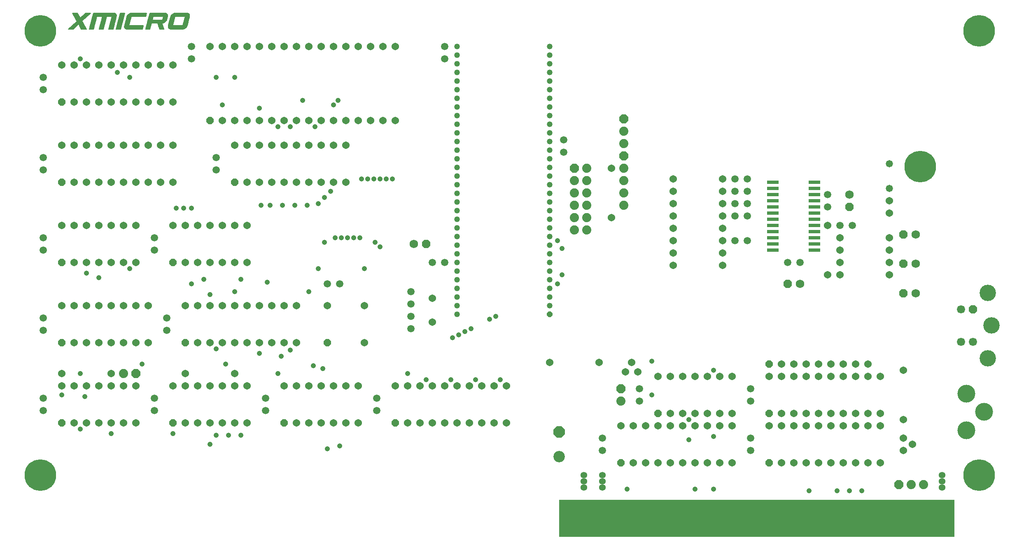
<source format=gts>
G75*
G70*
%OFA0B0*%
%FSLAX24Y24*%
%IPPOS*%
%LPD*%
%AMOC8*
5,1,8,0,0,1.08239X$1,22.5*
%
%ADD10C,0.0060*%
%ADD11R,3.2000X0.3000*%
%ADD12OC8,0.0468*%
%ADD13C,0.0468*%
%ADD14R,0.0926X0.0296*%
%ADD15C,0.0595*%
%ADD16C,0.0690*%
%ADD17OC8,0.0690*%
%ADD18C,0.0604*%
%ADD19OC8,0.0604*%
%ADD20OC8,0.0740*%
%ADD21C,0.0740*%
%ADD22C,0.1326*%
%ADD23C,0.0662*%
%ADD24OC8,0.0662*%
%ADD25C,0.1444*%
%ADD26OC8,0.0920*%
%ADD27C,0.0920*%
%ADD28C,0.2560*%
%ADD29C,0.0535*%
%ADD30C,0.0580*%
%ADD31C,0.0417*%
D10*
X004461Y041254D02*
X005156Y041884D01*
X004788Y042535D01*
X005196Y042535D01*
X005418Y042129D01*
X005859Y042535D01*
X006247Y042535D01*
X005548Y041894D01*
X005920Y041254D01*
X005508Y041254D01*
X005286Y041660D01*
X004849Y041254D01*
X004461Y041254D01*
X004513Y041301D02*
X004899Y041301D01*
X004962Y041359D02*
X004577Y041359D01*
X004642Y041418D02*
X005025Y041418D01*
X005088Y041476D02*
X004706Y041476D01*
X004771Y041535D02*
X005151Y041535D01*
X005214Y041593D02*
X004835Y041593D01*
X004900Y041652D02*
X005277Y041652D01*
X005290Y041652D02*
X005689Y041652D01*
X005655Y041710D02*
X004964Y041710D01*
X005029Y041769D02*
X005621Y041769D01*
X005587Y041827D02*
X005093Y041827D01*
X005155Y041886D02*
X005553Y041886D01*
X005602Y041944D02*
X005122Y041944D01*
X005089Y042003D02*
X005666Y042003D01*
X005730Y042061D02*
X005056Y042061D01*
X005023Y042120D02*
X005794Y042120D01*
X005858Y042178D02*
X005472Y042178D01*
X005391Y042178D02*
X004990Y042178D01*
X004957Y042237D02*
X005359Y042237D01*
X005327Y042295D02*
X004924Y042295D01*
X004890Y042354D02*
X005295Y042354D01*
X005263Y042412D02*
X004857Y042412D01*
X004824Y042471D02*
X005231Y042471D01*
X005199Y042529D02*
X004791Y042529D01*
X005535Y042237D02*
X005922Y042237D01*
X005985Y042295D02*
X005599Y042295D01*
X005662Y042354D02*
X006049Y042354D01*
X006113Y042412D02*
X005726Y042412D01*
X005789Y042471D02*
X006177Y042471D01*
X006241Y042529D02*
X005853Y042529D01*
X006435Y042354D02*
X008350Y042354D01*
X008350Y042370D02*
X008350Y042296D01*
X008339Y042222D01*
X008087Y041254D01*
X007742Y041254D01*
X008007Y042264D01*
X007557Y042264D01*
X007296Y041254D01*
X006946Y041254D01*
X007211Y042264D01*
X006761Y042264D01*
X006500Y041254D01*
X006151Y041254D01*
X006482Y042535D01*
X008168Y042535D01*
X008204Y042534D01*
X008239Y042525D01*
X008272Y042508D01*
X008300Y042485D01*
X008325Y042451D01*
X008342Y042412D01*
X008350Y042370D01*
X008342Y042412D02*
X006450Y042412D01*
X006465Y042471D02*
X008310Y042471D01*
X008221Y042529D02*
X006480Y042529D01*
X006420Y042295D02*
X008350Y042295D01*
X008341Y042237D02*
X008000Y042237D01*
X007985Y042178D02*
X008327Y042178D01*
X008312Y042120D02*
X007969Y042120D01*
X007954Y042061D02*
X008297Y042061D01*
X008282Y042003D02*
X007938Y042003D01*
X007923Y041944D02*
X008267Y041944D01*
X008251Y041886D02*
X007908Y041886D01*
X007892Y041827D02*
X008236Y041827D01*
X008221Y041769D02*
X007877Y041769D01*
X007862Y041710D02*
X008206Y041710D01*
X008191Y041652D02*
X007846Y041652D01*
X007831Y041593D02*
X008176Y041593D01*
X008160Y041535D02*
X007816Y041535D01*
X007800Y041476D02*
X008145Y041476D01*
X008130Y041418D02*
X007785Y041418D01*
X007770Y041359D02*
X008115Y041359D01*
X008100Y041301D02*
X007754Y041301D01*
X007338Y041418D02*
X006989Y041418D01*
X007005Y041476D02*
X007353Y041476D01*
X007368Y041535D02*
X007020Y041535D01*
X007035Y041593D02*
X007384Y041593D01*
X007399Y041652D02*
X007051Y041652D01*
X007066Y041710D02*
X007414Y041710D01*
X007429Y041769D02*
X007081Y041769D01*
X007097Y041827D02*
X007444Y041827D01*
X007459Y041886D02*
X007112Y041886D01*
X007128Y041944D02*
X007474Y041944D01*
X007490Y042003D02*
X007143Y042003D01*
X007158Y042061D02*
X007505Y042061D01*
X007520Y042120D02*
X007174Y042120D01*
X007189Y042178D02*
X007535Y042178D01*
X007550Y042237D02*
X007204Y042237D01*
X006754Y042237D02*
X006405Y042237D01*
X006389Y042178D02*
X006739Y042178D01*
X006724Y042120D02*
X006374Y042120D01*
X006359Y042061D02*
X006709Y042061D01*
X006694Y042003D02*
X006344Y042003D01*
X006329Y041944D02*
X006679Y041944D01*
X006664Y041886D02*
X006314Y041886D01*
X006299Y041827D02*
X006649Y041827D01*
X006633Y041769D02*
X006284Y041769D01*
X006269Y041710D02*
X006618Y041710D01*
X006603Y041652D02*
X006253Y041652D01*
X006238Y041593D02*
X006588Y041593D01*
X006573Y041535D02*
X006223Y041535D01*
X006208Y041476D02*
X006558Y041476D01*
X006543Y041418D02*
X006193Y041418D01*
X006178Y041359D02*
X006527Y041359D01*
X006512Y041301D02*
X006163Y041301D01*
X005893Y041301D02*
X005482Y041301D01*
X005450Y041359D02*
X005859Y041359D01*
X005825Y041418D02*
X005418Y041418D01*
X005386Y041476D02*
X005791Y041476D01*
X005757Y041535D02*
X005354Y041535D01*
X005322Y041593D02*
X005723Y041593D01*
X006959Y041301D02*
X007308Y041301D01*
X007323Y041359D02*
X006974Y041359D01*
X008339Y041254D02*
X008670Y042535D01*
X009015Y042535D01*
X008684Y041254D01*
X008339Y041254D01*
X008351Y041301D02*
X008696Y041301D01*
X008711Y041359D02*
X008366Y041359D01*
X008381Y041418D02*
X008726Y041418D01*
X008742Y041476D02*
X008396Y041476D01*
X008411Y041535D02*
X008757Y041535D01*
X008772Y041593D02*
X008426Y041593D01*
X008441Y041652D02*
X008787Y041652D01*
X008802Y041710D02*
X008456Y041710D01*
X008472Y041769D02*
X008817Y041769D01*
X008832Y041827D02*
X008487Y041827D01*
X008502Y041886D02*
X008847Y041886D01*
X008862Y041944D02*
X008517Y041944D01*
X008532Y042003D02*
X008878Y042003D01*
X008893Y042061D02*
X008547Y042061D01*
X008562Y042120D02*
X008908Y042120D01*
X008923Y042178D02*
X008577Y042178D01*
X008592Y042237D02*
X008938Y042237D01*
X008953Y042295D02*
X008608Y042295D01*
X008623Y042354D02*
X008968Y042354D01*
X008983Y042412D02*
X008638Y042412D01*
X008653Y042471D02*
X008998Y042471D01*
X009014Y042529D02*
X008668Y042529D01*
X009203Y042273D02*
X009235Y042335D01*
X009276Y042393D01*
X009325Y042444D01*
X009369Y042482D01*
X009419Y042511D01*
X009474Y042531D01*
X009502Y042535D01*
X009529Y042535D01*
X010790Y042535D01*
X010724Y042264D01*
X009546Y042264D01*
X009357Y041525D01*
X010528Y041525D01*
X010463Y041254D01*
X009168Y041254D01*
X009139Y041256D01*
X009111Y041265D01*
X009086Y041279D01*
X009063Y041298D01*
X009036Y041335D01*
X009017Y041377D01*
X009007Y041422D01*
X009005Y041474D01*
X009011Y041525D01*
X009023Y041586D01*
X009180Y042206D01*
X009203Y042273D01*
X009215Y042295D02*
X010731Y042295D01*
X010746Y042354D02*
X009248Y042354D01*
X009295Y042412D02*
X010760Y042412D01*
X010774Y042471D02*
X009356Y042471D01*
X009468Y042529D02*
X010788Y042529D01*
X011028Y042471D02*
X011110Y042471D01*
X012438Y042471D01*
X012428Y042482D02*
X012453Y042454D01*
X012474Y042423D01*
X012488Y042389D01*
X012496Y042353D01*
X012495Y042288D01*
X012484Y042224D01*
X012441Y042063D01*
X012429Y042024D01*
X012410Y041988D01*
X012354Y041905D01*
X012286Y041831D01*
X012228Y041786D01*
X012163Y041753D01*
X012095Y041737D01*
X012026Y041729D01*
X012198Y041254D01*
X011852Y041254D01*
X011680Y041733D01*
X011180Y041733D01*
X011055Y041254D01*
X010710Y041254D01*
X011045Y042535D01*
X012288Y042535D01*
X012326Y042532D01*
X012363Y042522D01*
X012397Y042505D01*
X012428Y042482D01*
X012478Y042412D02*
X011170Y042412D01*
X011012Y042412D01*
X010997Y042354D02*
X011229Y042354D01*
X012496Y042354D01*
X012496Y042295D02*
X011288Y042295D01*
X010982Y042295D01*
X010967Y042237D02*
X011314Y042237D01*
X011320Y042264D02*
X011045Y042535D01*
X011320Y042264D01*
X012150Y042264D01*
X012082Y041985D01*
X011252Y041985D01*
X011320Y042264D01*
X011299Y042178D02*
X010951Y042178D01*
X010936Y042120D02*
X011285Y042120D01*
X011271Y042061D02*
X010921Y042061D01*
X010905Y042003D02*
X011256Y042003D01*
X011174Y041710D02*
X010829Y041710D01*
X010814Y041652D02*
X011159Y041652D01*
X011144Y041593D02*
X010798Y041593D01*
X010783Y041535D02*
X011128Y041535D01*
X011113Y041476D02*
X010768Y041476D01*
X010753Y041418D02*
X011098Y041418D01*
X011083Y041359D02*
X010737Y041359D01*
X010722Y041301D02*
X011068Y041301D01*
X010844Y041769D02*
X012194Y041769D01*
X012281Y041827D02*
X010860Y041827D01*
X010875Y041886D02*
X012337Y041886D01*
X012381Y041944D02*
X010890Y041944D01*
X010516Y041476D02*
X009005Y041476D01*
X009008Y041418D02*
X010502Y041418D01*
X010488Y041359D02*
X009025Y041359D01*
X009062Y041301D02*
X010474Y041301D01*
X009374Y041593D02*
X009024Y041593D01*
X009013Y041535D02*
X009359Y041535D01*
X009389Y041652D02*
X009039Y041652D01*
X009054Y041710D02*
X009404Y041710D01*
X009419Y041769D02*
X009069Y041769D01*
X009084Y041827D02*
X009434Y041827D01*
X009449Y041886D02*
X009099Y041886D01*
X009114Y041944D02*
X009464Y041944D01*
X009479Y042003D02*
X009129Y042003D01*
X009144Y042061D02*
X009494Y042061D01*
X009509Y042120D02*
X009158Y042120D01*
X009173Y042178D02*
X009524Y042178D01*
X009539Y042237D02*
X009191Y042237D01*
X011043Y042529D02*
X011051Y042529D01*
X012338Y042529D01*
X012487Y042237D02*
X012144Y042237D01*
X012129Y042178D02*
X012472Y042178D01*
X012457Y042120D02*
X012115Y042120D01*
X012101Y042061D02*
X012441Y042061D01*
X012418Y042003D02*
X012086Y042003D01*
X012033Y041710D02*
X011689Y041710D01*
X011709Y041652D02*
X012054Y041652D01*
X012075Y041593D02*
X011730Y041593D01*
X011751Y041535D02*
X012096Y041535D01*
X012117Y041476D02*
X011772Y041476D01*
X011793Y041418D02*
X012138Y041418D01*
X012159Y041359D02*
X011814Y041359D01*
X011835Y041301D02*
X012180Y041301D01*
X012562Y041400D02*
X012576Y041358D01*
X012586Y041332D01*
X012603Y041309D01*
X012623Y041289D01*
X012647Y041273D01*
X012673Y041261D01*
X012701Y041256D01*
X012729Y041254D01*
X013743Y041254D01*
X013784Y041255D01*
X013824Y041263D01*
X013863Y041280D01*
X013898Y041302D01*
X013947Y041341D01*
X013990Y041386D01*
X014033Y041442D01*
X014067Y041504D01*
X014091Y041571D01*
X014263Y042230D01*
X014271Y042284D01*
X014271Y042339D01*
X014266Y042384D01*
X014253Y042428D01*
X014235Y042462D01*
X014210Y042492D01*
X014178Y042514D01*
X014142Y042529D01*
X014104Y042535D01*
X013115Y042535D01*
X013095Y042264D01*
X013115Y042535D01*
X013072Y042535D01*
X013018Y042527D01*
X012966Y042509D01*
X012919Y042481D01*
X012857Y042423D01*
X012806Y042356D01*
X012765Y042284D01*
X012735Y042206D01*
X012568Y041577D01*
X012560Y041538D01*
X012556Y041444D01*
X012562Y041400D01*
X012560Y041418D02*
X014014Y041418D01*
X014051Y041476D02*
X012557Y041476D01*
X012560Y041535D02*
X012902Y041535D01*
X012900Y041525D02*
X013732Y041525D01*
X013927Y042264D01*
X013095Y042264D01*
X012900Y041525D01*
X012918Y041593D02*
X012572Y041593D01*
X012588Y041652D02*
X012933Y041652D01*
X012949Y041710D02*
X012603Y041710D01*
X012619Y041769D02*
X012964Y041769D01*
X012979Y041827D02*
X012635Y041827D01*
X012650Y041886D02*
X012995Y041886D01*
X013010Y041944D02*
X012666Y041944D01*
X012681Y042003D02*
X013026Y042003D01*
X013041Y042061D02*
X012697Y042061D01*
X012712Y042120D02*
X013057Y042120D01*
X013072Y042178D02*
X012728Y042178D01*
X012747Y042237D02*
X013088Y042237D01*
X013097Y042295D02*
X014271Y042295D01*
X014269Y042354D02*
X013102Y042354D01*
X012804Y042354D01*
X012771Y042295D02*
X013097Y042295D01*
X013106Y042412D02*
X014258Y042412D01*
X014228Y042471D02*
X013110Y042471D01*
X012908Y042471D01*
X012849Y042412D02*
X013106Y042412D01*
X013115Y042529D02*
X014141Y042529D01*
X014264Y042237D02*
X013920Y042237D01*
X013905Y042178D02*
X014249Y042178D01*
X014234Y042120D02*
X013889Y042120D01*
X013874Y042061D02*
X014219Y042061D01*
X014204Y042003D02*
X013858Y042003D01*
X013843Y041944D02*
X014188Y041944D01*
X014173Y041886D02*
X013827Y041886D01*
X013812Y041827D02*
X014158Y041827D01*
X014143Y041769D02*
X013796Y041769D01*
X013781Y041710D02*
X014128Y041710D01*
X014112Y041652D02*
X013765Y041652D01*
X013750Y041593D02*
X014097Y041593D01*
X014078Y041535D02*
X013734Y041535D01*
X013896Y041301D02*
X012611Y041301D01*
X012575Y041359D02*
X013964Y041359D01*
X013115Y042529D02*
X013033Y042529D01*
D11*
X060180Y001600D03*
D12*
X043430Y018125D03*
D13*
X043430Y018825D03*
X043430Y019525D03*
X043430Y020225D03*
X043430Y020925D03*
X043430Y021625D03*
X043430Y022325D03*
X043430Y023025D03*
X043430Y023725D03*
X043430Y024425D03*
X043430Y025125D03*
X043430Y025825D03*
X043430Y026525D03*
X043430Y027225D03*
X043430Y027925D03*
X043430Y028625D03*
X043430Y029325D03*
X043430Y030025D03*
X043430Y030725D03*
X043430Y031425D03*
X043430Y032125D03*
X043430Y032825D03*
X043430Y033525D03*
X043430Y034225D03*
X043430Y034925D03*
X043430Y035625D03*
X043430Y036325D03*
X043430Y037025D03*
X043430Y037725D03*
X043430Y038425D03*
X043430Y039125D03*
X043430Y039825D03*
X035930Y039825D03*
X035930Y039125D03*
X035930Y038425D03*
X035930Y037725D03*
X035930Y037025D03*
X035930Y036325D03*
X035930Y035625D03*
X035930Y034925D03*
X035930Y034225D03*
X035930Y033525D03*
X035930Y032825D03*
X035930Y032125D03*
X035930Y031425D03*
X035930Y030725D03*
X035930Y030025D03*
X035930Y029325D03*
X035930Y028625D03*
X035930Y027925D03*
X035930Y027225D03*
X035930Y026525D03*
X035930Y025825D03*
X035930Y025125D03*
X035930Y024425D03*
X035930Y023725D03*
X035930Y023025D03*
X035930Y022325D03*
X035930Y021625D03*
X035930Y020925D03*
X035930Y020225D03*
X035930Y019525D03*
X035930Y018825D03*
X035930Y018125D03*
D14*
X061494Y023350D03*
X061494Y023850D03*
X061494Y024350D03*
X061494Y024850D03*
X061494Y025350D03*
X061494Y025850D03*
X061494Y026350D03*
X061494Y026850D03*
X061494Y027350D03*
X061494Y027850D03*
X061494Y028350D03*
X061494Y028850D03*
X064866Y028850D03*
X064866Y028350D03*
X064866Y027850D03*
X064866Y027350D03*
X064866Y026850D03*
X064866Y026350D03*
X064866Y025850D03*
X064866Y025350D03*
X064866Y024850D03*
X064866Y024350D03*
X064866Y023850D03*
X064866Y023350D03*
D15*
X063680Y022350D03*
X062680Y022350D03*
X059430Y024100D03*
X058430Y024100D03*
X058430Y026100D03*
X059430Y026100D03*
X059430Y027100D03*
X058430Y027100D03*
X058430Y028100D03*
X059430Y028100D03*
X059430Y029100D03*
X058430Y029100D03*
X065930Y027850D03*
X065930Y026850D03*
X066930Y025350D03*
X067930Y025350D03*
X044555Y031275D03*
X044555Y032275D03*
X034930Y038850D03*
X034930Y039850D03*
X016430Y030850D03*
X016430Y029850D03*
X011430Y024350D03*
X011430Y023350D03*
X002430Y023350D03*
X002430Y024350D03*
X002430Y029850D03*
X002430Y030850D03*
X002430Y036350D03*
X002430Y037350D03*
X014430Y038850D03*
X014430Y039850D03*
X033930Y022325D03*
X034930Y022325D03*
X032180Y019975D03*
X032180Y018975D03*
X032180Y017975D03*
X032180Y016975D03*
X026430Y020600D03*
X025430Y020600D03*
X012430Y017850D03*
X012430Y016850D03*
X011430Y011350D03*
X011430Y010350D03*
X002430Y010350D03*
X002430Y011350D03*
X002430Y016850D03*
X002430Y017850D03*
X020430Y011350D03*
X020430Y010350D03*
X029430Y010350D03*
X029430Y011350D03*
X047680Y008100D03*
X047680Y007100D03*
X050680Y011100D03*
X050680Y012100D03*
X059680Y012100D03*
X059680Y011100D03*
X059680Y008100D03*
X059680Y007100D03*
D16*
X073055Y019850D03*
X073055Y022225D03*
X073055Y024600D03*
X067680Y027850D03*
X063680Y020600D03*
X032430Y023825D03*
D17*
X033430Y023825D03*
X062680Y020600D03*
X072055Y019850D03*
X072055Y022225D03*
X072055Y024600D03*
X067680Y026850D03*
D18*
X065930Y025350D03*
X066930Y024350D03*
X066930Y023350D03*
X066930Y022350D03*
X066930Y021350D03*
X065930Y021350D03*
X070930Y021350D03*
X070930Y022350D03*
X070930Y023350D03*
X070930Y024350D03*
X070930Y026350D03*
X070930Y027350D03*
X057430Y027100D03*
X057430Y026100D03*
X057430Y025100D03*
X057430Y024100D03*
X057430Y023100D03*
X057430Y022100D03*
X053430Y022100D03*
X053430Y023100D03*
X053430Y024100D03*
X053430Y025100D03*
X053430Y026100D03*
X053430Y027100D03*
X053430Y028100D03*
X053430Y029100D03*
X057430Y029100D03*
X057430Y028100D03*
X048430Y029975D03*
X048430Y025975D03*
X033930Y019436D03*
X033930Y017514D03*
X028430Y018850D03*
X025430Y018850D03*
X022930Y018850D03*
X021930Y018850D03*
X020930Y018850D03*
X019930Y018850D03*
X018930Y018850D03*
X017930Y018850D03*
X016930Y018850D03*
X015930Y018850D03*
X014930Y018850D03*
X013930Y018850D03*
X010930Y018850D03*
X009930Y018850D03*
X008930Y018850D03*
X007930Y018850D03*
X006930Y018850D03*
X005930Y018850D03*
X004930Y018850D03*
X003930Y018850D03*
X004930Y015850D03*
X005930Y015850D03*
X006930Y015850D03*
X007930Y015850D03*
X008930Y015850D03*
X009930Y015850D03*
X010930Y015850D03*
X014930Y015850D03*
X015930Y015850D03*
X016930Y015850D03*
X017930Y015850D03*
X018930Y015850D03*
X019930Y015850D03*
X020930Y015850D03*
X021930Y015850D03*
X022930Y015850D03*
X017930Y013350D03*
X017930Y012350D03*
X016930Y012350D03*
X015930Y012350D03*
X014930Y012350D03*
X013930Y012350D03*
X012930Y012350D03*
X013930Y013350D03*
X009930Y012350D03*
X008930Y012350D03*
X007930Y012350D03*
X006930Y012350D03*
X005930Y012350D03*
X004930Y012350D03*
X003930Y012350D03*
X003930Y013350D03*
X007930Y013350D03*
X007930Y009350D03*
X006930Y009350D03*
X005930Y009350D03*
X004930Y009350D03*
X008930Y009350D03*
X009930Y009350D03*
X013930Y009350D03*
X014930Y009350D03*
X015930Y009350D03*
X016930Y009350D03*
X017930Y009350D03*
X018930Y009350D03*
X022930Y009350D03*
X023930Y009350D03*
X024930Y009350D03*
X025930Y009350D03*
X026930Y009350D03*
X027930Y009350D03*
X031930Y009350D03*
X032930Y009350D03*
X033930Y009350D03*
X034930Y009350D03*
X035930Y009350D03*
X036930Y009350D03*
X037930Y009350D03*
X038930Y009350D03*
X039930Y009350D03*
X039930Y012350D03*
X038930Y012350D03*
X037930Y012350D03*
X036930Y012350D03*
X035930Y012350D03*
X034930Y012350D03*
X033930Y012350D03*
X032930Y012350D03*
X031930Y012350D03*
X030930Y012350D03*
X027930Y012350D03*
X026930Y012350D03*
X025930Y012350D03*
X024930Y012350D03*
X023930Y012350D03*
X022930Y012350D03*
X021930Y012350D03*
X018930Y012350D03*
X028430Y015850D03*
X018930Y022350D03*
X017930Y022350D03*
X016930Y022350D03*
X015930Y022350D03*
X014930Y022350D03*
X013930Y022350D03*
X009930Y022350D03*
X008930Y022350D03*
X007930Y022350D03*
X006930Y022350D03*
X005930Y022350D03*
X004930Y022350D03*
X004930Y025350D03*
X003930Y025350D03*
X005930Y025350D03*
X006930Y025350D03*
X007930Y025350D03*
X008930Y025350D03*
X009930Y025350D03*
X012930Y025350D03*
X013930Y025350D03*
X014930Y025350D03*
X015930Y025350D03*
X016930Y025350D03*
X017930Y025350D03*
X018930Y025350D03*
X018930Y028850D03*
X019930Y028850D03*
X020930Y028850D03*
X021930Y028850D03*
X022930Y028850D03*
X023930Y028850D03*
X024930Y028850D03*
X025930Y028850D03*
X026930Y028850D03*
X026930Y031850D03*
X025930Y031850D03*
X024930Y031850D03*
X023930Y031850D03*
X022930Y031850D03*
X021930Y031850D03*
X020930Y031850D03*
X019930Y031850D03*
X018930Y031850D03*
X017930Y031850D03*
X017930Y033850D03*
X016930Y033850D03*
X018930Y033850D03*
X019930Y033850D03*
X020930Y033850D03*
X021930Y033850D03*
X022930Y033850D03*
X023930Y033850D03*
X024930Y033850D03*
X025930Y033850D03*
X026930Y033850D03*
X027930Y033850D03*
X028930Y033850D03*
X029930Y033850D03*
X030930Y033850D03*
X030930Y039850D03*
X029930Y039850D03*
X028930Y039850D03*
X027930Y039850D03*
X026930Y039850D03*
X025930Y039850D03*
X024930Y039850D03*
X023930Y039850D03*
X022930Y039850D03*
X021930Y039850D03*
X020930Y039850D03*
X019930Y039850D03*
X018930Y039850D03*
X017930Y039850D03*
X016930Y039850D03*
X015930Y039850D03*
X012930Y038350D03*
X011930Y038350D03*
X010930Y038350D03*
X009930Y038350D03*
X008930Y038350D03*
X007930Y038350D03*
X006930Y038350D03*
X005930Y038350D03*
X004930Y038350D03*
X003930Y038350D03*
X004930Y035350D03*
X005930Y035350D03*
X006930Y035350D03*
X007930Y035350D03*
X008930Y035350D03*
X009930Y035350D03*
X010930Y035350D03*
X011930Y035350D03*
X012930Y035350D03*
X012930Y031850D03*
X011930Y031850D03*
X010930Y031850D03*
X009930Y031850D03*
X008930Y031850D03*
X007930Y031850D03*
X006930Y031850D03*
X005930Y031850D03*
X004930Y031850D03*
X003930Y031850D03*
X004930Y028850D03*
X005930Y028850D03*
X006930Y028850D03*
X007930Y028850D03*
X008930Y028850D03*
X009930Y028850D03*
X010930Y028850D03*
X011930Y028850D03*
X012930Y028850D03*
X043430Y014225D03*
X047430Y014225D03*
X049555Y013475D03*
X050055Y014225D03*
X050555Y013475D03*
X052180Y013100D03*
X053180Y013100D03*
X054180Y013100D03*
X055180Y013100D03*
X056180Y013100D03*
X057180Y013100D03*
X058180Y013100D03*
X061180Y013100D03*
X062180Y013100D03*
X063180Y013100D03*
X064180Y013100D03*
X065180Y013100D03*
X066180Y013100D03*
X066180Y014100D03*
X065180Y014100D03*
X064180Y014100D03*
X063180Y014100D03*
X062180Y014100D03*
X067180Y014100D03*
X068180Y014100D03*
X069180Y014100D03*
X069180Y013100D03*
X068180Y013100D03*
X067180Y013100D03*
X070180Y013100D03*
X072055Y013600D03*
X070180Y010100D03*
X069180Y010100D03*
X068180Y010100D03*
X067180Y010100D03*
X066180Y010100D03*
X065180Y010100D03*
X064180Y010100D03*
X063180Y010100D03*
X062180Y010100D03*
X062180Y009100D03*
X061180Y009100D03*
X063180Y009100D03*
X064180Y009100D03*
X065180Y009100D03*
X066180Y009100D03*
X067180Y009100D03*
X068180Y009100D03*
X069180Y009100D03*
X070180Y009100D03*
X072055Y009600D03*
X072055Y008100D03*
X072805Y007600D03*
X072055Y007100D03*
X070180Y006100D03*
X069180Y006100D03*
X068180Y006100D03*
X067180Y006100D03*
X066180Y006100D03*
X065180Y006100D03*
X064180Y006100D03*
X063180Y006100D03*
X062180Y006100D03*
X058180Y006100D03*
X057180Y006100D03*
X056180Y006100D03*
X055180Y006100D03*
X054180Y006100D03*
X053180Y006100D03*
X052180Y006100D03*
X051180Y006100D03*
X050180Y006100D03*
X050180Y009100D03*
X049180Y009100D03*
X051180Y009100D03*
X052180Y009100D03*
X053180Y009100D03*
X054180Y009100D03*
X055180Y009100D03*
X056180Y009100D03*
X057180Y009100D03*
X058180Y009100D03*
X058180Y010100D03*
X057180Y010100D03*
X056180Y010100D03*
X055180Y010100D03*
X054180Y010100D03*
X053180Y010100D03*
D19*
X052180Y010100D03*
X049180Y006100D03*
X061180Y006100D03*
X061180Y010100D03*
X061180Y014100D03*
X030930Y009350D03*
X021930Y009350D03*
X012930Y009350D03*
X003930Y009350D03*
X003930Y015850D03*
X013930Y015850D03*
X025430Y015850D03*
X012930Y022350D03*
X003930Y022350D03*
X003930Y028850D03*
X015930Y033850D03*
X017930Y028850D03*
X003930Y035350D03*
D20*
X045430Y029975D03*
X049430Y030975D03*
X049430Y033975D03*
X009930Y013350D03*
X049180Y012100D03*
X071680Y004350D03*
D21*
X072680Y004350D03*
X073680Y004350D03*
X049180Y011100D03*
X046430Y024975D03*
X045430Y024975D03*
X045430Y025975D03*
X046430Y025975D03*
X046430Y026975D03*
X045430Y026975D03*
X045430Y027975D03*
X046430Y027975D03*
X046430Y028975D03*
X045430Y028975D03*
X046430Y029975D03*
X049430Y029975D03*
X049430Y028975D03*
X049430Y027975D03*
X049430Y026975D03*
X049430Y031975D03*
X049430Y032975D03*
X008930Y013350D03*
D22*
X078886Y014564D03*
X079205Y017225D03*
X078886Y019886D03*
D23*
X076724Y018544D03*
X076724Y015906D03*
X077705Y015906D03*
D24*
X077705Y018544D03*
D25*
X077149Y011701D03*
X078605Y010225D03*
X077149Y008749D03*
D26*
X044180Y008600D03*
D27*
X044180Y006600D03*
D28*
X002180Y005100D03*
X073430Y030100D03*
X078180Y041100D03*
X078180Y005100D03*
X002180Y041100D03*
D29*
X046180Y005100D03*
X046180Y004600D03*
X046180Y004100D03*
X047680Y004100D03*
X047680Y004600D03*
X047680Y005100D03*
X075180Y005100D03*
X075180Y004600D03*
X075180Y004100D03*
D30*
X070930Y028350D03*
X070930Y030350D03*
D31*
X044430Y023475D03*
X044055Y024100D03*
X044430Y021350D03*
X044055Y020600D03*
X039055Y017975D03*
X038555Y017725D03*
X037055Y016975D03*
X036555Y016725D03*
X036055Y016475D03*
X035555Y016225D03*
X031930Y013350D03*
X033430Y012850D03*
X035430Y012850D03*
X037430Y012850D03*
X039430Y012850D03*
X051680Y011600D03*
X054680Y009600D03*
X054680Y007975D03*
X056680Y008225D03*
X056680Y003975D03*
X055180Y003975D03*
X049680Y003975D03*
X064430Y003850D03*
X066680Y003850D03*
X067680Y003850D03*
X068680Y003850D03*
X056680Y013600D03*
X051680Y014350D03*
X029680Y023600D03*
X029305Y023975D03*
X028055Y024350D03*
X027555Y024350D03*
X027055Y024350D03*
X026555Y024350D03*
X026055Y024350D03*
X025180Y023975D03*
X024680Y021850D03*
X020555Y020725D03*
X018430Y020975D03*
X017930Y019975D03*
X015930Y019725D03*
X014430Y020600D03*
X015430Y020975D03*
X009430Y021850D03*
X006930Y021100D03*
X005930Y021475D03*
X013180Y026725D03*
X013805Y026725D03*
X014430Y026725D03*
X020055Y026975D03*
X020805Y026975D03*
X021805Y026975D03*
X022805Y026975D03*
X023805Y026975D03*
X024680Y027100D03*
X025180Y027600D03*
X025680Y028100D03*
X028180Y029100D03*
X028680Y029100D03*
X029180Y029100D03*
X029680Y029100D03*
X030180Y029100D03*
X030680Y029100D03*
X024430Y033350D03*
X022430Y033350D03*
X021430Y033350D03*
X019930Y034850D03*
X016930Y035100D03*
X016430Y037350D03*
X017930Y037350D03*
X023430Y035475D03*
X025930Y035100D03*
X026305Y035475D03*
X009430Y037350D03*
X008430Y037725D03*
X005430Y038850D03*
X028430Y021850D03*
X023930Y019975D03*
X022430Y015225D03*
X021680Y014725D03*
X019930Y014975D03*
X017180Y014100D03*
X016430Y015350D03*
X021430Y013350D03*
X024305Y013975D03*
X025055Y013725D03*
X018430Y008350D03*
X017430Y008350D03*
X016430Y008350D03*
X015930Y007600D03*
X012930Y008475D03*
X007930Y008475D03*
X005430Y008850D03*
X005805Y011475D03*
X003930Y011600D03*
X005430Y013350D03*
X010430Y014100D03*
X025430Y007225D03*
X026430Y007475D03*
M02*

</source>
